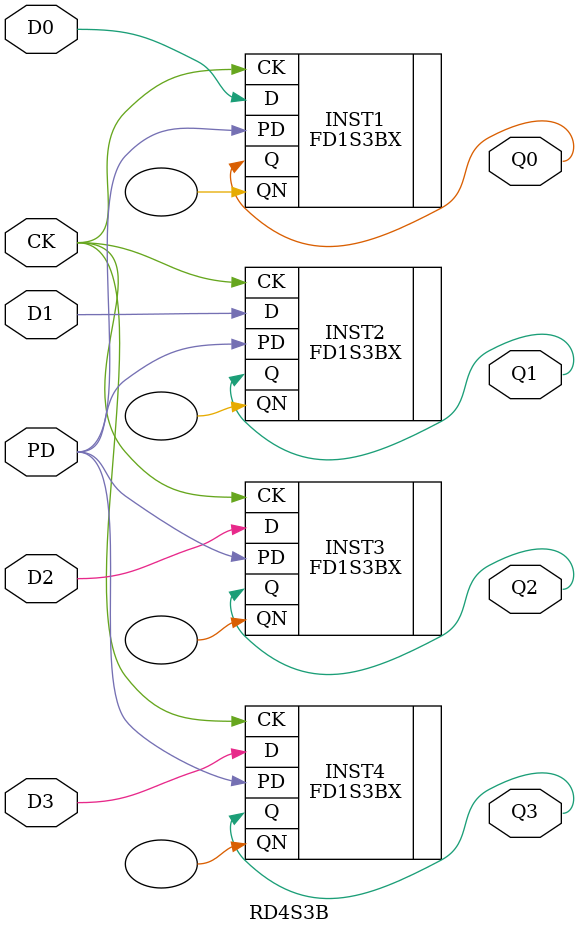
<source format=v>
`resetall
`timescale 1 ns / 100 ps

/* Created by DB2VERILOG Version 1.0.1.1 on Tue May 17 10:48:49 1994 */
/* module compiled from "lsl2db 3.6.4" run */

`celldefine
module RD4S3B (D0, D1, D2, D3, CK, PD, Q0, Q1, Q2, Q3);
input  D0, D1, D2, D3, CK, PD;
output Q0, Q1, Q2, Q3;
FD1S3BX INST1 (.D(D0), .CK(CK), .PD(PD), .Q(Q0), .QN());
FD1S3BX INST2 (.D(D1), .CK(CK), .PD(PD), .Q(Q1), .QN());
FD1S3BX INST3 (.D(D2), .CK(CK), .PD(PD), .Q(Q2), .QN());
FD1S3BX INST4 (.D(D3), .CK(CK), .PD(PD), .Q(Q3), .QN());

endmodule
`endcelldefine

</source>
